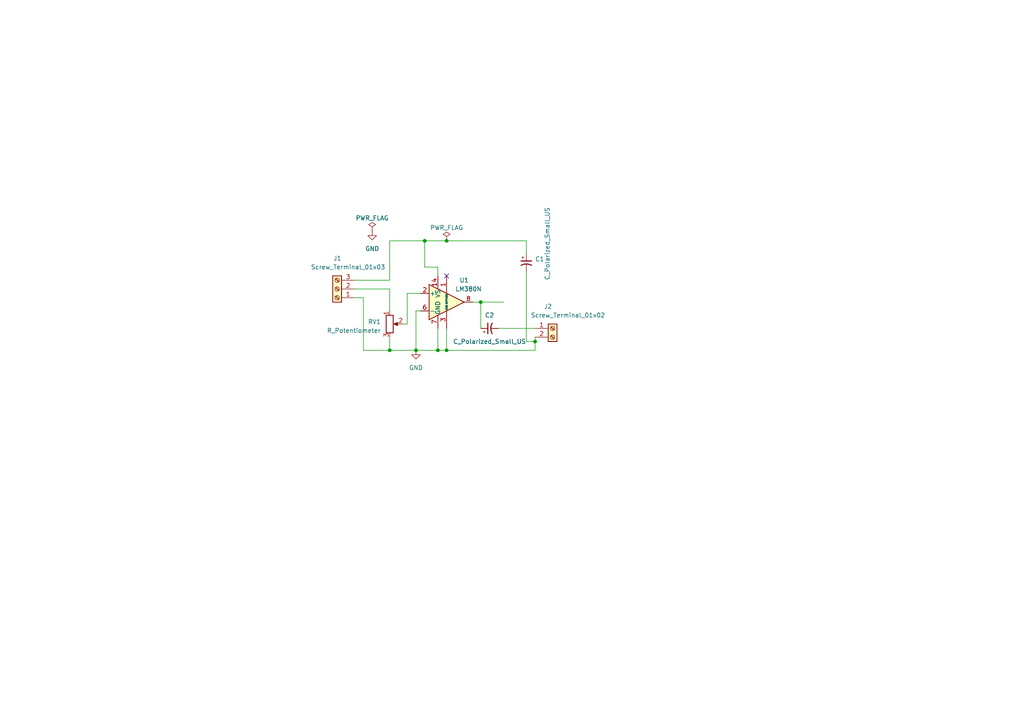
<source format=kicad_sch>
(kicad_sch (version 20230121) (generator eeschema)
  (paper "A4")
  (title_block (title "Audio Power Amplifier") (date "2023-06-07") (company "Goa College of Engineering ") (comment 1 "TE ETC") (comment 2 "A Batch") (comment 3 "201104001") (comment 4 "Abhishek G. Patil"))
  (lib_symbols
    (symbol "Amplifier_Audio:LM380N" (pin_names (offset 0.127))
      (property "Reference" "U" (at 6.35 6.35 0))
      (property "Value" "LM380N" (at 6.35 3.81 0))
      (symbol "LM380N_0_1"
        (polyline (pts (xy -5.08 5.08) (xy 5.08 0) (xy -5.08 -5.08) (xy -5.08 5.08)) (stroke (width 0.254)) (fill (type background)))
      )
      (symbol "LM380N_1_1"
        (pin passive line (at 0 7.62 270) (length 5.08) (name "BYPASS") (number "1"))
        (pin passive line (at 0 -7.62 90) (length 5.08) hide (name "GND") (number "10"))
        (pin passive line (at 0 -7.62 90) (length 5.08) hide (name "GND") (number "11"))
        (pin passive line (at 0 -7.62 90) (length 5.08) hide (name "GND") (number "12"))
        (pin no_connect line (at 0 -2.54 90) (length 2.54) hide (name "NC") (number "13"))
        (pin power_in line (at -2.54 7.62 270) (length 3.81) (name "VS") (number "14"))
        (pin input line (at -7.62 2.54 0) (length 2.54) (name "+") (number "2"))
        (pin power_in line (at 0 -7.62 90) (length 5.08) (name "GND") (number "3"))
        (pin passive line (at 0 -7.62 90) (length 5.08) hide (name "GND") (number "4"))
        (pin passive line (at 0 -7.62 90) (length 5.08) hide (name "GND") (number "5"))
        (pin input line (at -7.62 -2.54 0) (length 2.54) (name "-") (number "6"))
        (pin power_in line (at -2.54 -7.62 90) (length 3.81) (name "GND") (number "7"))
        (pin output line (at 7.62 0 180) (length 2.54) (name "~") (number "8"))
        (pin no_connect line (at 0 2.54 270) (length 2.54) hide (name "NC") (number "9"))
      )
    )
    (symbol "Connector:Screw_Terminal_01x02" (pin_names (offset 1.016) hide)
      (property "Reference" "J" (at 0 2.54 0))
      (property "Value" "Screw_Terminal_01x02" (at 0 -5.08 0))
      (symbol "Screw_Terminal_01x02_1_1"
        (rectangle (start -1.27 1.27) (end 1.27 -3.81) (stroke (width 0.254)) (fill (type background)))
        (circle (center 0 -2.54) (radius 0.635) (stroke (width 0.1524)))
        (polyline (pts (xy -0.5334 -2.2098) (xy 0.3302 -3.048)) (stroke (width 0.1524)))
        (polyline (pts (xy -0.5334 0.3302) (xy 0.3302 -0.508)) (stroke (width 0.1524)))
        (polyline (pts (xy -0.3556 -2.032) (xy 0.508 -2.8702)) (stroke (width 0.1524)))
        (polyline (pts (xy -0.3556 0.508) (xy 0.508 -0.3302)) (stroke (width 0.1524)))
        (circle (center 0 0) (radius 0.635) (stroke (width 0.1524)))
        (pin passive line (at -5.08 0 0) (length 3.81) (name "Pin_1") (number "1"))
        (pin passive line (at -5.08 -2.54 0) (length 3.81) (name "Pin_2") (number "2"))
      )
    )
    (symbol "Connector:Screw_Terminal_01x03" (pin_names (offset 1.016) hide)
      (property "Reference" "J" (at 0 5.08 0))
      (property "Value" "Screw_Terminal_01x03" (at 0 -5.08 0))
      (symbol "Screw_Terminal_01x03_1_1"
        (rectangle (start -1.27 3.81) (end 1.27 -3.81) (stroke (width 0.254)) (fill (type background)))
        (circle (center 0 -2.54) (radius 0.635) (stroke (width 0.1524)))
        (polyline (pts (xy -0.5334 -2.2098) (xy 0.3302 -3.048)) (stroke (width 0.1524)))
        (polyline (pts (xy -0.5334 0.3302) (xy 0.3302 -0.508)) (stroke (width 0.1524)))
        (polyline (pts (xy -0.5334 2.8702) (xy 0.3302 2.032)) (stroke (width 0.1524)))
        (polyline (pts (xy -0.3556 -2.032) (xy 0.508 -2.8702)) (stroke (width 0.1524)))
        (polyline (pts (xy -0.3556 0.508) (xy 0.508 -0.3302)) (stroke (width 0.1524)))
        (polyline (pts (xy -0.3556 3.048) (xy 0.508 2.2098)) (stroke (width 0.1524)))
        (circle (center 0 0) (radius 0.635) (stroke (width 0.1524)))
        (circle (center 0 2.54) (radius 0.635) (stroke (width 0.1524)))
        (pin passive line (at -5.08 2.54 0) (length 3.81) (name "Pin_1") (number "1"))
        (pin passive line (at -5.08 0 0) (length 3.81) (name "Pin_2") (number "2"))
        (pin passive line (at -5.08 -2.54 0) (length 3.81) (name "Pin_3") (number "3"))
      )
    )
    (symbol "Device:C_Polarized_Small_US" (pin_numbers hide) (pin_names (offset 0.254) hide)
      (property "Reference" "C" (at 0.254 1.778 0))
      (property "Value" "C_Polarized_Small_US" (at 0.254 -2.032 0))
      (symbol "C_Polarized_Small_US_0_1"
        (polyline (pts (xy -1.524 0.508) (xy 1.524 0.508)) (stroke (width 0.3048)))
        (polyline (pts (xy -1.27 1.524) (xy -0.762 1.524)))
        (polyline (pts (xy -1.016 1.27) (xy -1.016 1.778)))
        (arc (start 1.524 -0.762) (mid 0 -0.3734) (end -1.524 -0.762) (stroke (width 0.3048)))
      )
      (symbol "C_Polarized_Small_US_1_1"
        (pin passive line (at 0 2.54 270) (length 2.032) (name "~") (number "1"))
        (pin passive line (at 0 -2.54 90) (length 2.032) (name "~") (number "2"))
      )
    )
    (symbol "Device:R_Potentiometer" (pin_names (offset 1.016) hide)
      (property "Reference" "RV" (at -4.445 0 90))
      (property "Value" "R_Potentiometer" (at -2.54 0 90))
      (symbol "R_Potentiometer_0_1"
        (polyline (pts (xy 2.54 0) (xy 1.524 0)))
        (polyline (pts (xy 1.143 0) (xy 2.286 0.508) (xy 2.286 -0.508) (xy 1.143 0)) (fill (type outline)))
        (rectangle (start 1.016 2.54) (end -1.016 -2.54) (stroke (width 0.254)))
      )
      (symbol "R_Potentiometer_1_1"
        (pin passive line (at 0 3.81 270) (length 1.27) (name "1") (number "1"))
        (pin passive line (at 3.81 0 180) (length 1.27) (name "2") (number "2"))
        (pin passive line (at 0 -3.81 90) (length 1.27) (name "3") (number "3"))
      )
    )
    (symbol "power:GND" (power) (pin_names (offset 0))
      (property "Value" "GND" (at 0 -3.81 0))
      (symbol "GND_0_1"
        (polyline (pts (xy 0 0) (xy 0 -1.27) (xy 1.27 -1.27) (xy 0 -2.54) (xy -1.27 -1.27) (xy 0 -1.27)))
      )
      (symbol "GND_1_1"
        (pin power_in line (at 0 0 270) (length 0) hide (name "GND") (number "1"))
      )
    )
    (symbol "power:PWR_FLAG" (power) (pin_numbers hide) (pin_names (offset 0) hide)
      (property "Value" "PWR_FLAG" (at 0 3.81 0))
      (symbol "PWR_FLAG_0_0"
        (pin power_out line (at 0 0 90) (length 0) (name "pwr") (number "1"))
      )
      (symbol "PWR_FLAG_0_1"
        (polyline (pts (xy 0 0) (xy 0 1.27) (xy -1.016 1.905) (xy 0 2.54) (xy 1.016 1.905) (xy 0 1.27)))
      )
    )
  )
  (junction (at 123.19 69.85))
  (junction (at 127 101.6))
  (junction (at 139.446 87.63))
  (junction (at 155.194 99.06))
  (junction (at 120.65 101.6))
  (junction (at 129.54 69.85))
  (junction (at 113.03 101.6))
  (junction (at 129.54 101.6))
  (no_connect (at 129.54 80.01))
  (wire (pts (xy 102.87 83.82) (xy 113.03 83.82)))
  (wire (pts (xy 102.87 86.36) (xy 105.41 86.36)))
  (wire (pts (xy 118.11 93.98) (xy 116.84 93.98)))
  (wire (pts (xy 102.87 81.28) (xy 113.03 81.28)))
  (wire (pts (xy 123.19 69.85) (xy 129.54 69.85)))
  (wire (pts (xy 129.54 69.85) (xy 152.654 69.85)))
  (wire (pts (xy 118.11 85.09) (xy 118.11 93.98)))
  (wire (pts (xy 137.16 87.63) (xy 139.446 87.63)))
  (wire (pts (xy 127 101.6) (xy 129.54 101.6)))
  (wire (pts (xy 129.54 101.6) (xy 155.194 101.6)))
  (wire (pts (xy 113.03 81.28) (xy 113.03 69.85)))
  (wire (pts (xy 155.194 99.06) (xy 155.194 97.79)))
  (wire (pts (xy 152.654 78.74) (xy 152.654 99.06)))
  (wire (pts (xy 127 95.25) (xy 127 101.6)))
  (wire (pts (xy 152.654 99.06) (xy 155.194 99.06)))
  (wire (pts (xy 127 80.01) (xy 127 77.47)))
  (wire (pts (xy 139.446 87.63) (xy 146.05 87.63)))
  (wire (pts (xy 127 77.47) (xy 123.19 77.47)))
  (wire (pts (xy 113.03 69.85) (xy 123.19 69.85)))
  (wire (pts (xy 113.03 101.6) (xy 120.65 101.6)))
  (wire (pts (xy 144.526 95.25) (xy 155.194 95.25)))
  (wire (pts (xy 155.194 101.6) (xy 155.194 99.06)))
  (wire (pts (xy 152.654 69.85) (xy 152.654 73.66)))
  (wire (pts (xy 121.92 90.17) (xy 120.65 90.17)))
  (wire (pts (xy 139.446 87.63) (xy 139.446 95.25)))
  (wire (pts (xy 123.19 77.47) (xy 123.19 69.85)))
  (wire (pts (xy 105.41 86.36) (xy 105.41 101.6)))
  (wire (pts (xy 113.03 83.82) (xy 113.03 90.17)))
  (wire (pts (xy 129.54 95.25) (xy 129.54 101.6)))
  (wire (pts (xy 120.65 90.17) (xy 120.65 101.6)))
  (wire (pts (xy 113.03 97.79) (xy 113.03 101.6)))
  (wire (pts (xy 121.92 85.09) (xy 118.11 85.09)))
  (wire (pts (xy 105.41 101.6) (xy 113.03 101.6)))
  (wire (pts (xy 120.65 101.6) (xy 127 101.6)))
  (symbol (lib_id "Connector:Screw_Terminal_01x03") (at 97.79 83.82 180) (unit 1)
    (property "Reference" "J1" (at 99.06 74.93 0) (effects (justify left)))
    (property "Value" "Screw_Terminal_01x03" (at 111.76 77.47 0) (effects (justify left)))
    (property "Footprint" "TerminalBlock_Phoenix:TerminalBlock_Phoenix_MKDS-3-3-5.08_1x03_P5.08mm_Horizontal" (effects hide))
  )
  (symbol (lib_id "power:PWR_FLAG") (at 107.95 67.056 0) (unit 1)
    (property "Reference" "#FLG02" (effects hide))
    (property "Value" "PWR_FLAG" (at 107.95 63.246 0))
  )
  (symbol (lib_id "Amplifier_Audio:LM380N") (at 129.54 87.63 0) (unit 1)
    (property "Reference" "U1" (at 134.62 81.28 0))
    (property "Value" "LM380N" (at 135.89 83.82 0))
    (property "Footprint" "Package_DIP:DIP-14_W7.62mm" (effects hide))
    (property "Datasheet" "http://www.ti.com/lit/ds/symlink/lm380.pdf" (effects hide))
  )
  (symbol (lib_id "Device:R_Potentiometer") (at 113.03 93.98 0) (unit 1)
    (property "Reference" "RV1" (at 110.49 93.345 0) (effects (justify right)))
    (property "Value" "R_Potentiometer" (at 110.49 95.885 0) (effects (justify right)))
    (property "Footprint" "Potentiometer_THT:Potentiometer_Runtron_RM-065_Vertical" (effects hide))
  )
  (symbol (lib_id "Device:C_Polarized_Small_US") (at 152.654 76.2 0) (unit 1)
    (property "Reference" "C1" (at 155.194 75.1332 0) (effects (justify left)))
    (property "Value" "C_Polarized_Small_US" (at 158.75 81.28 90) (effects (justify left)))
    (property "Footprint" "Capacitor_THT:CP_Radial_D8.0mm_P3.50mm" (effects hide))
  )
  (symbol (lib_id "Connector:Screw_Terminal_01x02") (at 160.274 95.25 0) (unit 1)
    (property "Reference" "J2" (at 157.734 88.9 0) (effects (justify left)))
    (property "Value" "Screw_Terminal_01x02" (at 153.924 91.44 0) (effects (justify left)))
    (property "Footprint" "TerminalBlock_Phoenix:TerminalBlock_Phoenix_MKDS-1,5-2-5.08_1x02_P5.08mm_Horizontal" (effects hide))
  )
  (symbol (lib_id "power:GND") (at 120.65 101.6 0) (unit 1)
    (property "Reference" "#PWR01" (effects hide))
    (property "Value" "GND" (at 120.65 106.68 0))
  )
  (symbol (lib_id "power:PWR_FLAG") (at 129.54 69.85 0) (unit 1)
    (property "Reference" "#FLG01" (effects hide))
    (property "Value" "PWR_FLAG" (at 129.54 66.04 0))
  )
  (symbol (lib_id "power:GND") (at 107.95 67.056 0) (unit 1)
    (property "Reference" "#PWR02" (effects hide))
    (property "Value" "GND" (at 107.95 72.136 0))
  )
  (symbol (lib_id "Device:C_Polarized_Small_US") (at 141.986 95.25 90) (unit 1)
    (property "Reference" "C2" (at 141.986 91.44 90))
    (property "Value" "C_Polarized_Small_US" (at 141.986 99.06 90))
    (property "Footprint" "Capacitor_THT:CP_Radial_D8.0mm_P3.50mm" (effects hide))
  )
)
</source>
